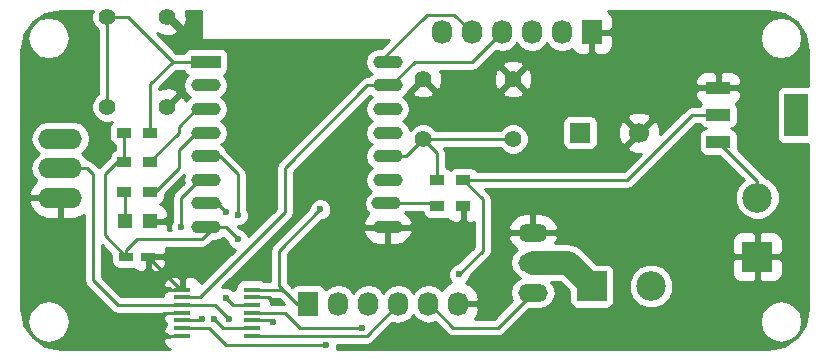
<source format=gtl>
G04 #@! TF.FileFunction,Copper,L1,Top,Signal*
%FSLAX46Y46*%
G04 Gerber Fmt 4.6, Leading zero omitted, Abs format (unit mm)*
G04 Created by KiCad (PCBNEW 4.0.2-stable) date Tuesday, November 01, 2016 'pmt' 12:33:55 pm*
%MOMM*%
G01*
G04 APERTURE LIST*
%ADD10C,0.100000*%
%ADD11R,2.500000X1.100000*%
%ADD12O,2.500000X1.100000*%
%ADD13C,1.700000*%
%ADD14R,1.700000X1.700000*%
%ADD15R,1.200000X0.750000*%
%ADD16R,1.198880X1.198880*%
%ADD17R,2.500000X2.500000*%
%ADD18C,2.500000*%
%ADD19O,3.700000X1.700000*%
%ADD20R,1.727200X2.032000*%
%ADD21O,1.727200X2.032000*%
%ADD22O,2.499360X1.501140*%
%ADD23R,1.200000X0.900000*%
%ADD24C,1.397000*%
%ADD25R,2.032000X3.657600*%
%ADD26R,2.032000X1.016000*%
%ADD27R,1.450000X0.450000*%
%ADD28C,0.600000*%
%ADD29C,0.250000*%
%ADD30C,2.000000*%
%ADD31C,0.254000*%
G04 APERTURE END LIST*
D10*
D11*
X84300000Y-41000000D03*
D12*
X84300000Y-43000000D03*
X84300000Y-45000000D03*
X84300000Y-47000000D03*
X84300000Y-49000000D03*
X84300000Y-51000000D03*
X84300000Y-53000000D03*
X84300000Y-55000000D03*
X99700000Y-55000000D03*
X99600000Y-53000000D03*
X99700000Y-51000000D03*
X99700000Y-49000000D03*
X99700000Y-47000000D03*
X99700000Y-45000000D03*
X99700000Y-43000000D03*
X99700000Y-41000000D03*
D13*
X121000000Y-47000000D03*
D14*
X116000000Y-47000000D03*
D15*
X77550000Y-57500000D03*
X79450000Y-57500000D03*
D16*
X77450980Y-54500000D03*
X79549020Y-54500000D03*
D17*
X131000000Y-57500000D03*
D18*
X131000000Y-52500000D03*
D19*
X72000000Y-52500000D03*
X72000000Y-50000000D03*
X72000000Y-47500000D03*
D20*
X117000000Y-38500000D03*
D21*
X114460000Y-38500000D03*
X111920000Y-38500000D03*
X109380000Y-38500000D03*
X106840000Y-38500000D03*
X104300000Y-38500000D03*
D20*
X93000000Y-61500000D03*
D21*
X95540000Y-61500000D03*
X98080000Y-61500000D03*
X100620000Y-61500000D03*
X103160000Y-61500000D03*
X105700000Y-61500000D03*
D17*
X117000000Y-60000000D03*
D18*
X122000000Y-60000000D03*
D22*
X112000000Y-58000000D03*
X112000000Y-60540000D03*
X112000000Y-55460000D03*
D23*
X79600000Y-47000000D03*
X77400000Y-47000000D03*
X79600000Y-49500000D03*
X77400000Y-49500000D03*
X77400000Y-52000000D03*
X79600000Y-52000000D03*
X106100000Y-53250000D03*
X103900000Y-53250000D03*
X106100000Y-51000000D03*
X103900000Y-51000000D03*
D24*
X81040000Y-44810000D03*
X75960000Y-44810000D03*
X81040000Y-37190000D03*
X75960000Y-37190000D03*
X110310000Y-42460000D03*
X110310000Y-47540000D03*
X102690000Y-42460000D03*
X102690000Y-47540000D03*
D25*
X134302000Y-45500000D03*
D26*
X127698000Y-45500000D03*
X127698000Y-47786000D03*
X127698000Y-43214000D03*
D27*
X82300000Y-60300000D03*
X82300000Y-60950000D03*
X82300000Y-61600000D03*
X82300000Y-62250000D03*
X82300000Y-62900000D03*
X82300000Y-63550000D03*
X82300000Y-64200000D03*
X88200000Y-64200000D03*
X88200000Y-63550000D03*
X88200000Y-62900000D03*
X88200000Y-62250000D03*
X88200000Y-61600000D03*
X88200000Y-60950000D03*
X88200000Y-60300000D03*
D28*
X95750000Y-55000000D03*
X89750000Y-56500000D03*
X88000000Y-58750000D03*
X81000000Y-57500000D03*
X81000000Y-54500000D03*
X90000000Y-61250000D03*
X90000000Y-63000000D03*
X80500000Y-62500000D03*
X80500000Y-60250000D03*
X103250000Y-64250000D03*
X96750000Y-49250000D03*
X89750000Y-41250000D03*
X94000000Y-42500000D03*
X90750000Y-44000000D03*
X92500000Y-46750000D03*
X89750000Y-52000000D03*
X94000000Y-53500000D03*
X105750000Y-59000000D03*
X87000000Y-56000000D03*
X86250000Y-62750000D03*
X94500000Y-65000000D03*
X97500000Y-63500000D03*
X86000000Y-61000000D03*
X87000000Y-54000000D03*
X84000000Y-62750000D03*
X82250000Y-55000000D03*
X85000000Y-62750000D03*
X86000000Y-53750000D03*
D29*
X95750000Y-55000000D02*
X99000000Y-55000000D01*
X89750000Y-57000000D02*
X89750000Y-56500000D01*
X88000000Y-58750000D02*
X89750000Y-57000000D01*
X79549020Y-54500000D02*
X81000000Y-54500000D01*
X81000000Y-57500000D02*
X79450000Y-57500000D01*
X88200000Y-60950000D02*
X89700000Y-60950000D01*
X89700000Y-60950000D02*
X90000000Y-61250000D01*
X88200000Y-62900000D02*
X89900000Y-62900000D01*
X89900000Y-62900000D02*
X90000000Y-63000000D01*
X82300000Y-64200000D02*
X80950000Y-64200000D01*
X80500000Y-63750000D02*
X80500000Y-62500000D01*
X80950000Y-64200000D02*
X80500000Y-63750000D01*
X82300000Y-60300000D02*
X80550000Y-60300000D01*
X80750000Y-62250000D02*
X82300000Y-62250000D01*
X80500000Y-62500000D02*
X80750000Y-62250000D01*
X80550000Y-60300000D02*
X80500000Y-60250000D01*
X82300000Y-60300000D02*
X82250000Y-60300000D01*
X82250000Y-60300000D02*
X79450000Y-57500000D01*
X131000000Y-60250000D02*
X131000000Y-57500000D01*
X127000000Y-64250000D02*
X131000000Y-60250000D01*
X103250000Y-64250000D02*
X127000000Y-64250000D01*
X99000000Y-55000000D02*
X96750000Y-55000000D01*
X96750000Y-55000000D02*
X96750000Y-49250000D01*
X81040000Y-37190000D02*
X81440000Y-37190000D01*
X81440000Y-37190000D02*
X83750000Y-39500000D01*
X83750000Y-39500000D02*
X88000000Y-39500000D01*
X88000000Y-39500000D02*
X89750000Y-41250000D01*
X94000000Y-42500000D02*
X92500000Y-44000000D01*
X92500000Y-44000000D02*
X90750000Y-44000000D01*
X92500000Y-46750000D02*
X89750000Y-49500000D01*
X89750000Y-49500000D02*
X89750000Y-52000000D01*
X79549020Y-54500000D02*
X79549020Y-54549020D01*
X80810000Y-37460000D02*
X81460000Y-37460000D01*
X88200000Y-60300000D02*
X90800000Y-60300000D01*
X90800000Y-60300000D02*
X92000000Y-61500000D01*
X92000000Y-61500000D02*
X93000000Y-61500000D01*
X93000000Y-61500000D02*
X92000000Y-61500000D01*
X90500000Y-57000000D02*
X94000000Y-53500000D01*
X90500000Y-60000000D02*
X90500000Y-57000000D01*
X92000000Y-61500000D02*
X90500000Y-60000000D01*
X131000000Y-52500000D02*
X131000000Y-51088000D01*
X131000000Y-51088000D02*
X127698000Y-47786000D01*
X85000000Y-55000000D02*
X86000000Y-55000000D01*
X107750000Y-52650000D02*
X106100000Y-51000000D01*
X107750000Y-57000000D02*
X107750000Y-52650000D01*
X105750000Y-59000000D02*
X107750000Y-57000000D01*
X86000000Y-55000000D02*
X87000000Y-56000000D01*
X77400000Y-49500000D02*
X76750000Y-49500000D01*
X75750000Y-55700000D02*
X77550000Y-57500000D01*
X75750000Y-50500000D02*
X75750000Y-55700000D01*
X76750000Y-49500000D02*
X75750000Y-50500000D01*
X77550000Y-57500000D02*
X77550000Y-56950000D01*
X77550000Y-56950000D02*
X78500000Y-56000000D01*
X78500000Y-56000000D02*
X84000000Y-56000000D01*
X84000000Y-56000000D02*
X85000000Y-55000000D01*
X77400000Y-49500000D02*
X77400000Y-49600000D01*
X77400000Y-47000000D02*
X77400000Y-49500000D01*
X106100000Y-51000000D02*
X120000000Y-51000000D01*
X125500000Y-45500000D02*
X127698000Y-45500000D01*
X120000000Y-51000000D02*
X125500000Y-45500000D01*
X77450980Y-54500000D02*
X77450980Y-52050980D01*
X77450980Y-52050980D02*
X77400000Y-52000000D01*
X82300000Y-61600000D02*
X85100000Y-61600000D01*
X85100000Y-61600000D02*
X86250000Y-62750000D01*
X71000000Y-50000000D02*
X74250000Y-50000000D01*
X76850000Y-61600000D02*
X82300000Y-61600000D01*
X74750000Y-59500000D02*
X76850000Y-61600000D01*
X74750000Y-50500000D02*
X74750000Y-59500000D01*
X74250000Y-50000000D02*
X74750000Y-50500000D01*
X99000000Y-43000000D02*
X98000000Y-43000000D01*
X83800000Y-60950000D02*
X82300000Y-60950000D01*
X91000000Y-53750000D02*
X83800000Y-60950000D01*
X91000000Y-50000000D02*
X91000000Y-53750000D01*
X98000000Y-43000000D02*
X91000000Y-50000000D01*
X99000000Y-43000000D02*
X100000000Y-43000000D01*
X100000000Y-43000000D02*
X102000000Y-41000000D01*
X102000000Y-41000000D02*
X106880000Y-41000000D01*
X106880000Y-41000000D02*
X109380000Y-38500000D01*
X99000000Y-41000000D02*
X103000000Y-37000000D01*
X105340000Y-37000000D02*
X106840000Y-38500000D01*
X103000000Y-37000000D02*
X105340000Y-37000000D01*
X82300000Y-63550000D02*
X84550000Y-63550000D01*
X86000000Y-65000000D02*
X94500000Y-65000000D01*
X84550000Y-63550000D02*
X86000000Y-65000000D01*
X98000000Y-61500000D02*
X98080000Y-61500000D01*
X88200000Y-64200000D02*
X97920000Y-64200000D01*
X97920000Y-64200000D02*
X100620000Y-61500000D01*
X88200000Y-62250000D02*
X91000000Y-62250000D01*
X92250000Y-63500000D02*
X97500000Y-63500000D01*
X91000000Y-62250000D02*
X92250000Y-63500000D01*
X103160000Y-61500000D02*
X103250000Y-61500000D01*
X103250000Y-61500000D02*
X105250000Y-63500000D01*
X109040000Y-63500000D02*
X112000000Y-60540000D01*
X105250000Y-63500000D02*
X109040000Y-63500000D01*
D30*
X112000000Y-58000000D02*
X115000000Y-58000000D01*
X115000000Y-58000000D02*
X117000000Y-60000000D01*
D29*
X75960000Y-37190000D02*
X77690000Y-37190000D01*
X77690000Y-37190000D02*
X81500000Y-41000000D01*
X81500000Y-41000000D02*
X85000000Y-41000000D01*
X75960000Y-44810000D02*
X75960000Y-37190000D01*
X79600000Y-47000000D02*
X79600000Y-42900000D01*
X79600000Y-42900000D02*
X81500000Y-41000000D01*
X81500000Y-41000000D02*
X85000000Y-41000000D01*
X85000000Y-41000000D02*
X83500000Y-41000000D01*
X79600000Y-49500000D02*
X79600000Y-49400000D01*
X79600000Y-49400000D02*
X82000000Y-47000000D01*
X82000000Y-47000000D02*
X82000000Y-46500000D01*
X82000000Y-46500000D02*
X83500000Y-45000000D01*
X83500000Y-45000000D02*
X85000000Y-45000000D01*
X85000000Y-45000000D02*
X83100000Y-45000000D01*
X79600000Y-52000000D02*
X80000000Y-52000000D01*
X80000000Y-52000000D02*
X82000000Y-50000000D01*
X82000000Y-50000000D02*
X82000000Y-48500000D01*
X82000000Y-48500000D02*
X83500000Y-47000000D01*
X83500000Y-47000000D02*
X85000000Y-47000000D01*
X99000000Y-53000000D02*
X103650000Y-53000000D01*
X103650000Y-53000000D02*
X103900000Y-53250000D01*
X99000000Y-53000000D02*
X99900000Y-53000000D01*
X103900000Y-51000000D02*
X103900000Y-48750000D01*
X103900000Y-48750000D02*
X102690000Y-47540000D01*
X102690000Y-47540000D02*
X110310000Y-47540000D01*
X99000000Y-49000000D02*
X101230000Y-49000000D01*
X101230000Y-49000000D02*
X102690000Y-47540000D01*
X85000000Y-49000000D02*
X85500000Y-49000000D01*
X85500000Y-49000000D02*
X87000000Y-50500000D01*
X86600000Y-61600000D02*
X88200000Y-61600000D01*
X86000000Y-61000000D02*
X86600000Y-61600000D01*
X87000000Y-50500000D02*
X87000000Y-54000000D01*
X85000000Y-51000000D02*
X83750000Y-51000000D01*
X83750000Y-51000000D02*
X82250000Y-52500000D01*
X83850000Y-62900000D02*
X82300000Y-62900000D01*
X84000000Y-62750000D02*
X83850000Y-62900000D01*
X82250000Y-52500000D02*
X82250000Y-55000000D01*
X85000000Y-51000000D02*
X84000000Y-51000000D01*
X85000000Y-53000000D02*
X85250000Y-53000000D01*
X85250000Y-53000000D02*
X86000000Y-53750000D01*
X85800000Y-63550000D02*
X88200000Y-63550000D01*
X85000000Y-62750000D02*
X85800000Y-63550000D01*
X85500000Y-53000000D02*
X85000000Y-53000000D01*
D31*
G36*
X133263459Y-36949738D02*
X134334568Y-37665429D01*
X135050262Y-38736540D01*
X135315000Y-40067467D01*
X135315000Y-43023760D01*
X133286000Y-43023760D01*
X133050683Y-43068038D01*
X132834559Y-43207110D01*
X132689569Y-43419310D01*
X132638560Y-43671200D01*
X132638560Y-47328800D01*
X132682838Y-47564117D01*
X132821910Y-47780241D01*
X133034110Y-47925231D01*
X133286000Y-47976240D01*
X135315000Y-47976240D01*
X135315000Y-61932533D01*
X135050262Y-63263460D01*
X134334568Y-64334571D01*
X133263459Y-65050262D01*
X131932533Y-65315000D01*
X95381604Y-65315000D01*
X95434838Y-65186799D01*
X95435036Y-64960000D01*
X97920000Y-64960000D01*
X98210839Y-64902148D01*
X98457401Y-64737401D01*
X100112421Y-63082381D01*
X100620000Y-63183345D01*
X101193489Y-63069271D01*
X101679670Y-62744415D01*
X101890000Y-62429634D01*
X102100330Y-62744415D01*
X102586511Y-63069271D01*
X103160000Y-63183345D01*
X103733489Y-63069271D01*
X103740071Y-63064873D01*
X104712599Y-64037401D01*
X104959161Y-64202148D01*
X105250000Y-64260000D01*
X109040000Y-64260000D01*
X109330839Y-64202148D01*
X109577401Y-64037401D01*
X110614802Y-63000000D01*
X131196966Y-63000000D01*
X131334214Y-63689991D01*
X131725062Y-64274938D01*
X132310009Y-64665786D01*
X133000000Y-64803034D01*
X133689991Y-64665786D01*
X134274938Y-64274938D01*
X134665786Y-63689991D01*
X134803034Y-63000000D01*
X134665786Y-62310009D01*
X134274938Y-61725062D01*
X133689991Y-61334214D01*
X133000000Y-61196966D01*
X132310009Y-61334214D01*
X131725062Y-61725062D01*
X131334214Y-62310009D01*
X131196966Y-63000000D01*
X110614802Y-63000000D01*
X111689232Y-61925570D01*
X112536033Y-61925570D01*
X113066268Y-61820100D01*
X113515779Y-61519746D01*
X113816133Y-61070235D01*
X113921603Y-60540000D01*
X113816133Y-60009765D01*
X113565723Y-59635000D01*
X114322760Y-59635000D01*
X115102560Y-60414799D01*
X115102560Y-61250000D01*
X115146838Y-61485317D01*
X115285910Y-61701441D01*
X115498110Y-61846431D01*
X115750000Y-61897440D01*
X118250000Y-61897440D01*
X118485317Y-61853162D01*
X118701441Y-61714090D01*
X118846431Y-61501890D01*
X118897440Y-61250000D01*
X118897440Y-60373305D01*
X120114674Y-60373305D01*
X120401043Y-61066372D01*
X120930839Y-61597093D01*
X121623405Y-61884672D01*
X122373305Y-61885326D01*
X123066372Y-61598957D01*
X123597093Y-61069161D01*
X123884672Y-60376595D01*
X123885326Y-59626695D01*
X123598957Y-58933628D01*
X123069161Y-58402907D01*
X122376595Y-58115328D01*
X121626695Y-58114674D01*
X120933628Y-58401043D01*
X120402907Y-58930839D01*
X120115328Y-59623405D01*
X120114674Y-60373305D01*
X118897440Y-60373305D01*
X118897440Y-58750000D01*
X118853162Y-58514683D01*
X118714090Y-58298559D01*
X118501890Y-58153569D01*
X118250000Y-58102560D01*
X117414799Y-58102560D01*
X117170990Y-57858750D01*
X128823000Y-57858750D01*
X128823000Y-58934392D01*
X128964127Y-59275104D01*
X129224897Y-59535873D01*
X129565608Y-59677000D01*
X130641250Y-59677000D01*
X130873000Y-59445250D01*
X130873000Y-57627000D01*
X131127000Y-57627000D01*
X131127000Y-59445250D01*
X131358750Y-59677000D01*
X132434392Y-59677000D01*
X132775103Y-59535873D01*
X133035873Y-59275104D01*
X133177000Y-58934392D01*
X133177000Y-57858750D01*
X132945250Y-57627000D01*
X131127000Y-57627000D01*
X130873000Y-57627000D01*
X129054750Y-57627000D01*
X128823000Y-57858750D01*
X117170990Y-57858750D01*
X116156120Y-56843880D01*
X115625688Y-56489457D01*
X115000000Y-56364999D01*
X114999995Y-56365000D01*
X113883084Y-56365000D01*
X114051925Y-56065608D01*
X128823000Y-56065608D01*
X128823000Y-57141250D01*
X129054750Y-57373000D01*
X130873000Y-57373000D01*
X130873000Y-55554750D01*
X131127000Y-55554750D01*
X131127000Y-57373000D01*
X132945250Y-57373000D01*
X133177000Y-57141250D01*
X133177000Y-56065608D01*
X133035873Y-55724896D01*
X132775103Y-55464127D01*
X132434392Y-55323000D01*
X131358750Y-55323000D01*
X131127000Y-55554750D01*
X130873000Y-55554750D01*
X130641250Y-55323000D01*
X129565608Y-55323000D01*
X129224897Y-55464127D01*
X128964127Y-55724896D01*
X128823000Y-56065608D01*
X114051925Y-56065608D01*
X114097584Y-55984646D01*
X114131404Y-55847113D01*
X113939341Y-55587000D01*
X112127000Y-55587000D01*
X112127000Y-55607000D01*
X111873000Y-55607000D01*
X111873000Y-55587000D01*
X110060659Y-55587000D01*
X109868596Y-55847113D01*
X109902416Y-55984646D01*
X110224866Y-56556419D01*
X110663753Y-56900294D01*
X110484221Y-57020254D01*
X110183867Y-57469765D01*
X110078397Y-58000000D01*
X110183867Y-58530235D01*
X110484221Y-58979746D01*
X110918616Y-59270000D01*
X110484221Y-59560254D01*
X110183867Y-60009765D01*
X110078397Y-60540000D01*
X110183867Y-61070235D01*
X110268420Y-61196778D01*
X108725198Y-62740000D01*
X107085165Y-62740000D01*
X107240775Y-62566799D01*
X107473416Y-61907565D01*
X107259749Y-61627000D01*
X105827000Y-61627000D01*
X105827000Y-61647000D01*
X105573000Y-61647000D01*
X105573000Y-61627000D01*
X105553000Y-61627000D01*
X105553000Y-61373000D01*
X105573000Y-61373000D01*
X105573000Y-61353000D01*
X105827000Y-61353000D01*
X105827000Y-61373000D01*
X107259749Y-61373000D01*
X107473416Y-61092435D01*
X107240775Y-60433201D01*
X106773565Y-59913176D01*
X106357858Y-59714339D01*
X106542192Y-59530327D01*
X106684838Y-59186799D01*
X106684879Y-59139923D01*
X108287401Y-57537401D01*
X108452148Y-57290839D01*
X108510000Y-57000000D01*
X108510000Y-55072887D01*
X109868596Y-55072887D01*
X110060659Y-55333000D01*
X111873000Y-55333000D01*
X111873000Y-53782430D01*
X112127000Y-53782430D01*
X112127000Y-55333000D01*
X113939341Y-55333000D01*
X114131404Y-55072887D01*
X114097584Y-54935354D01*
X113775134Y-54363581D01*
X113258421Y-53958728D01*
X112626110Y-53782430D01*
X112127000Y-53782430D01*
X111873000Y-53782430D01*
X111373890Y-53782430D01*
X110741579Y-53958728D01*
X110224866Y-54363581D01*
X109902416Y-54935354D01*
X109868596Y-55072887D01*
X108510000Y-55072887D01*
X108510000Y-52650000D01*
X108489416Y-52546520D01*
X108452148Y-52359160D01*
X108287401Y-52112599D01*
X107934802Y-51760000D01*
X120000000Y-51760000D01*
X120290839Y-51702148D01*
X120537401Y-51537401D01*
X125814802Y-46260000D01*
X126089573Y-46260000D01*
X126217910Y-46459441D01*
X126430110Y-46604431D01*
X126618314Y-46642543D01*
X126446683Y-46674838D01*
X126230559Y-46813910D01*
X126085569Y-47026110D01*
X126034560Y-47278000D01*
X126034560Y-48294000D01*
X126078838Y-48529317D01*
X126217910Y-48745441D01*
X126430110Y-48890431D01*
X126682000Y-48941440D01*
X127778638Y-48941440D01*
X129835849Y-50998651D01*
X129402907Y-51430839D01*
X129115328Y-52123405D01*
X129114674Y-52873305D01*
X129401043Y-53566372D01*
X129930839Y-54097093D01*
X130623405Y-54384672D01*
X131373305Y-54385326D01*
X132066372Y-54098957D01*
X132597093Y-53569161D01*
X132884672Y-52876595D01*
X132885326Y-52126695D01*
X132598957Y-51433628D01*
X132069161Y-50902907D01*
X131659008Y-50732596D01*
X131537401Y-50550599D01*
X129347860Y-48361058D01*
X129361440Y-48294000D01*
X129361440Y-47278000D01*
X129317162Y-47042683D01*
X129178090Y-46826559D01*
X128965890Y-46681569D01*
X128777686Y-46643457D01*
X128949317Y-46611162D01*
X129165441Y-46472090D01*
X129310431Y-46259890D01*
X129361440Y-46008000D01*
X129361440Y-44992000D01*
X129317162Y-44756683D01*
X129178090Y-44540559D01*
X129171335Y-44535943D01*
X129239103Y-44507873D01*
X129499873Y-44247104D01*
X129641000Y-43906392D01*
X129641000Y-43572750D01*
X129409250Y-43341000D01*
X127825000Y-43341000D01*
X127825000Y-43361000D01*
X127571000Y-43361000D01*
X127571000Y-43341000D01*
X125986750Y-43341000D01*
X125755000Y-43572750D01*
X125755000Y-43906392D01*
X125896127Y-44247104D01*
X126156897Y-44507873D01*
X126224981Y-44536074D01*
X126085644Y-44740000D01*
X125500000Y-44740000D01*
X125209161Y-44797852D01*
X124962599Y-44962599D01*
X122782262Y-47142936D01*
X122765237Y-46591831D01*
X122536830Y-46040408D01*
X122203461Y-45976144D01*
X121179605Y-47000000D01*
X121193748Y-47014143D01*
X121014143Y-47193748D01*
X121000000Y-47179605D01*
X119976144Y-48203461D01*
X120040408Y-48536830D01*
X120701572Y-48787066D01*
X121152049Y-48773149D01*
X119685198Y-50240000D01*
X107255105Y-50240000D01*
X107164090Y-50098559D01*
X106951890Y-49953569D01*
X106700000Y-49902560D01*
X105500000Y-49902560D01*
X105264683Y-49946838D01*
X105048559Y-50085910D01*
X105000866Y-50155711D01*
X104964090Y-50098559D01*
X104751890Y-49953569D01*
X104660000Y-49934961D01*
X104660000Y-48750000D01*
X104602148Y-48459161D01*
X104602148Y-48459160D01*
X104495801Y-48300000D01*
X109184464Y-48300000D01*
X109553647Y-48669827D01*
X110043587Y-48873268D01*
X110574086Y-48873731D01*
X111064380Y-48671146D01*
X111439827Y-48296353D01*
X111643268Y-47806413D01*
X111643731Y-47275914D01*
X111441146Y-46785620D01*
X111066353Y-46410173D01*
X110576413Y-46206732D01*
X110045914Y-46206269D01*
X109555620Y-46408854D01*
X109183826Y-46780000D01*
X103815536Y-46780000D01*
X103446353Y-46410173D01*
X102956413Y-46206732D01*
X102425914Y-46206269D01*
X101935620Y-46408854D01*
X101575792Y-46768055D01*
X101531726Y-46546520D01*
X101274851Y-46162078D01*
X101256775Y-46150000D01*
X114502560Y-46150000D01*
X114502560Y-47850000D01*
X114546838Y-48085317D01*
X114685910Y-48301441D01*
X114898110Y-48446431D01*
X115150000Y-48497440D01*
X116850000Y-48497440D01*
X117085317Y-48453162D01*
X117301441Y-48314090D01*
X117446431Y-48101890D01*
X117497440Y-47850000D01*
X117497440Y-46701572D01*
X119212934Y-46701572D01*
X119234763Y-47408169D01*
X119463170Y-47959592D01*
X119796539Y-48023856D01*
X120820395Y-47000000D01*
X119796539Y-45976144D01*
X119463170Y-46040408D01*
X119212934Y-46701572D01*
X117497440Y-46701572D01*
X117497440Y-46150000D01*
X117453162Y-45914683D01*
X117377139Y-45796539D01*
X119976144Y-45796539D01*
X121000000Y-46820395D01*
X122023856Y-45796539D01*
X121959592Y-45463170D01*
X121298428Y-45212934D01*
X120591831Y-45234763D01*
X120040408Y-45463170D01*
X119976144Y-45796539D01*
X117377139Y-45796539D01*
X117314090Y-45698559D01*
X117101890Y-45553569D01*
X116850000Y-45502560D01*
X115150000Y-45502560D01*
X114914683Y-45546838D01*
X114698559Y-45685910D01*
X114553569Y-45898110D01*
X114502560Y-46150000D01*
X101256775Y-46150000D01*
X101032283Y-46000000D01*
X101274851Y-45837922D01*
X101531726Y-45453480D01*
X101621929Y-45000000D01*
X101531726Y-44546520D01*
X101274851Y-44162078D01*
X101032283Y-44000000D01*
X101274851Y-43837922D01*
X101464665Y-43553843D01*
X101775763Y-43553843D01*
X101821447Y-43871527D01*
X102427728Y-44096461D01*
X103073939Y-44072260D01*
X103558553Y-43871527D01*
X103604237Y-43553843D01*
X109395763Y-43553843D01*
X109441447Y-43871527D01*
X110047728Y-44096461D01*
X110693939Y-44072260D01*
X111178553Y-43871527D01*
X111224237Y-43553843D01*
X110310000Y-42639605D01*
X109395763Y-43553843D01*
X103604237Y-43553843D01*
X102690000Y-42639605D01*
X101775763Y-43553843D01*
X101464665Y-43553843D01*
X101531726Y-43453480D01*
X101548842Y-43367433D01*
X101596157Y-43374237D01*
X102510395Y-42460000D01*
X102496252Y-42445858D01*
X102675858Y-42266252D01*
X102690000Y-42280395D01*
X102704142Y-42266252D01*
X102883748Y-42445858D01*
X102869605Y-42460000D01*
X103783843Y-43374237D01*
X104101527Y-43328553D01*
X104326461Y-42722272D01*
X104306817Y-42197728D01*
X108673539Y-42197728D01*
X108697740Y-42843939D01*
X108898473Y-43328553D01*
X109216157Y-43374237D01*
X110130395Y-42460000D01*
X110489605Y-42460000D01*
X111403843Y-43374237D01*
X111721527Y-43328553D01*
X111946461Y-42722272D01*
X111938947Y-42521608D01*
X125755000Y-42521608D01*
X125755000Y-42855250D01*
X125986750Y-43087000D01*
X127571000Y-43087000D01*
X127571000Y-42010750D01*
X127825000Y-42010750D01*
X127825000Y-43087000D01*
X129409250Y-43087000D01*
X129641000Y-42855250D01*
X129641000Y-42521608D01*
X129499873Y-42180896D01*
X129239103Y-41920127D01*
X128898392Y-41779000D01*
X128056750Y-41779000D01*
X127825000Y-42010750D01*
X127571000Y-42010750D01*
X127339250Y-41779000D01*
X126497608Y-41779000D01*
X126156897Y-41920127D01*
X125896127Y-42180896D01*
X125755000Y-42521608D01*
X111938947Y-42521608D01*
X111922260Y-42076061D01*
X111721527Y-41591447D01*
X111403843Y-41545763D01*
X110489605Y-42460000D01*
X110130395Y-42460000D01*
X109216157Y-41545763D01*
X108898473Y-41591447D01*
X108673539Y-42197728D01*
X104306817Y-42197728D01*
X104302260Y-42076061D01*
X104171344Y-41760000D01*
X106880000Y-41760000D01*
X107170839Y-41702148D01*
X107417401Y-41537401D01*
X107588645Y-41366157D01*
X109395763Y-41366157D01*
X110310000Y-42280395D01*
X111224237Y-41366157D01*
X111178553Y-41048473D01*
X110572272Y-40823539D01*
X109926061Y-40847740D01*
X109441447Y-41048473D01*
X109395763Y-41366157D01*
X107588645Y-41366157D01*
X108872421Y-40082381D01*
X109380000Y-40183345D01*
X109953489Y-40069271D01*
X110439670Y-39744415D01*
X110650000Y-39429634D01*
X110860330Y-39744415D01*
X111346511Y-40069271D01*
X111920000Y-40183345D01*
X112493489Y-40069271D01*
X112979670Y-39744415D01*
X113190000Y-39429634D01*
X113400330Y-39744415D01*
X113886511Y-40069271D01*
X114460000Y-40183345D01*
X115033489Y-40069271D01*
X115290940Y-39897248D01*
X115350527Y-40041104D01*
X115611297Y-40301873D01*
X115952008Y-40443000D01*
X116641250Y-40443000D01*
X116873000Y-40211250D01*
X116873000Y-38627000D01*
X117127000Y-38627000D01*
X117127000Y-40211250D01*
X117358750Y-40443000D01*
X118047992Y-40443000D01*
X118388703Y-40301873D01*
X118649473Y-40041104D01*
X118790600Y-39700392D01*
X118790600Y-39000000D01*
X131196966Y-39000000D01*
X131334214Y-39689991D01*
X131725062Y-40274938D01*
X132310009Y-40665786D01*
X133000000Y-40803034D01*
X133689991Y-40665786D01*
X134274938Y-40274938D01*
X134665786Y-39689991D01*
X134803034Y-39000000D01*
X134665786Y-38310009D01*
X134274938Y-37725062D01*
X133689991Y-37334214D01*
X133000000Y-37196966D01*
X132310009Y-37334214D01*
X131725062Y-37725062D01*
X131334214Y-38310009D01*
X131196966Y-39000000D01*
X118790600Y-39000000D01*
X118790600Y-38858750D01*
X118558850Y-38627000D01*
X117127000Y-38627000D01*
X116873000Y-38627000D01*
X116853000Y-38627000D01*
X116853000Y-38373000D01*
X116873000Y-38373000D01*
X116873000Y-38353000D01*
X117127000Y-38353000D01*
X117127000Y-38373000D01*
X118558850Y-38373000D01*
X118790600Y-38141250D01*
X118790600Y-37299608D01*
X118649473Y-36958896D01*
X118388703Y-36698127D01*
X118357012Y-36685000D01*
X131932533Y-36685000D01*
X133263459Y-36949738D01*
X133263459Y-36949738D01*
G37*
X133263459Y-36949738D02*
X134334568Y-37665429D01*
X135050262Y-38736540D01*
X135315000Y-40067467D01*
X135315000Y-43023760D01*
X133286000Y-43023760D01*
X133050683Y-43068038D01*
X132834559Y-43207110D01*
X132689569Y-43419310D01*
X132638560Y-43671200D01*
X132638560Y-47328800D01*
X132682838Y-47564117D01*
X132821910Y-47780241D01*
X133034110Y-47925231D01*
X133286000Y-47976240D01*
X135315000Y-47976240D01*
X135315000Y-61932533D01*
X135050262Y-63263460D01*
X134334568Y-64334571D01*
X133263459Y-65050262D01*
X131932533Y-65315000D01*
X95381604Y-65315000D01*
X95434838Y-65186799D01*
X95435036Y-64960000D01*
X97920000Y-64960000D01*
X98210839Y-64902148D01*
X98457401Y-64737401D01*
X100112421Y-63082381D01*
X100620000Y-63183345D01*
X101193489Y-63069271D01*
X101679670Y-62744415D01*
X101890000Y-62429634D01*
X102100330Y-62744415D01*
X102586511Y-63069271D01*
X103160000Y-63183345D01*
X103733489Y-63069271D01*
X103740071Y-63064873D01*
X104712599Y-64037401D01*
X104959161Y-64202148D01*
X105250000Y-64260000D01*
X109040000Y-64260000D01*
X109330839Y-64202148D01*
X109577401Y-64037401D01*
X110614802Y-63000000D01*
X131196966Y-63000000D01*
X131334214Y-63689991D01*
X131725062Y-64274938D01*
X132310009Y-64665786D01*
X133000000Y-64803034D01*
X133689991Y-64665786D01*
X134274938Y-64274938D01*
X134665786Y-63689991D01*
X134803034Y-63000000D01*
X134665786Y-62310009D01*
X134274938Y-61725062D01*
X133689991Y-61334214D01*
X133000000Y-61196966D01*
X132310009Y-61334214D01*
X131725062Y-61725062D01*
X131334214Y-62310009D01*
X131196966Y-63000000D01*
X110614802Y-63000000D01*
X111689232Y-61925570D01*
X112536033Y-61925570D01*
X113066268Y-61820100D01*
X113515779Y-61519746D01*
X113816133Y-61070235D01*
X113921603Y-60540000D01*
X113816133Y-60009765D01*
X113565723Y-59635000D01*
X114322760Y-59635000D01*
X115102560Y-60414799D01*
X115102560Y-61250000D01*
X115146838Y-61485317D01*
X115285910Y-61701441D01*
X115498110Y-61846431D01*
X115750000Y-61897440D01*
X118250000Y-61897440D01*
X118485317Y-61853162D01*
X118701441Y-61714090D01*
X118846431Y-61501890D01*
X118897440Y-61250000D01*
X118897440Y-60373305D01*
X120114674Y-60373305D01*
X120401043Y-61066372D01*
X120930839Y-61597093D01*
X121623405Y-61884672D01*
X122373305Y-61885326D01*
X123066372Y-61598957D01*
X123597093Y-61069161D01*
X123884672Y-60376595D01*
X123885326Y-59626695D01*
X123598957Y-58933628D01*
X123069161Y-58402907D01*
X122376595Y-58115328D01*
X121626695Y-58114674D01*
X120933628Y-58401043D01*
X120402907Y-58930839D01*
X120115328Y-59623405D01*
X120114674Y-60373305D01*
X118897440Y-60373305D01*
X118897440Y-58750000D01*
X118853162Y-58514683D01*
X118714090Y-58298559D01*
X118501890Y-58153569D01*
X118250000Y-58102560D01*
X117414799Y-58102560D01*
X117170990Y-57858750D01*
X128823000Y-57858750D01*
X128823000Y-58934392D01*
X128964127Y-59275104D01*
X129224897Y-59535873D01*
X129565608Y-59677000D01*
X130641250Y-59677000D01*
X130873000Y-59445250D01*
X130873000Y-57627000D01*
X131127000Y-57627000D01*
X131127000Y-59445250D01*
X131358750Y-59677000D01*
X132434392Y-59677000D01*
X132775103Y-59535873D01*
X133035873Y-59275104D01*
X133177000Y-58934392D01*
X133177000Y-57858750D01*
X132945250Y-57627000D01*
X131127000Y-57627000D01*
X130873000Y-57627000D01*
X129054750Y-57627000D01*
X128823000Y-57858750D01*
X117170990Y-57858750D01*
X116156120Y-56843880D01*
X115625688Y-56489457D01*
X115000000Y-56364999D01*
X114999995Y-56365000D01*
X113883084Y-56365000D01*
X114051925Y-56065608D01*
X128823000Y-56065608D01*
X128823000Y-57141250D01*
X129054750Y-57373000D01*
X130873000Y-57373000D01*
X130873000Y-55554750D01*
X131127000Y-55554750D01*
X131127000Y-57373000D01*
X132945250Y-57373000D01*
X133177000Y-57141250D01*
X133177000Y-56065608D01*
X133035873Y-55724896D01*
X132775103Y-55464127D01*
X132434392Y-55323000D01*
X131358750Y-55323000D01*
X131127000Y-55554750D01*
X130873000Y-55554750D01*
X130641250Y-55323000D01*
X129565608Y-55323000D01*
X129224897Y-55464127D01*
X128964127Y-55724896D01*
X128823000Y-56065608D01*
X114051925Y-56065608D01*
X114097584Y-55984646D01*
X114131404Y-55847113D01*
X113939341Y-55587000D01*
X112127000Y-55587000D01*
X112127000Y-55607000D01*
X111873000Y-55607000D01*
X111873000Y-55587000D01*
X110060659Y-55587000D01*
X109868596Y-55847113D01*
X109902416Y-55984646D01*
X110224866Y-56556419D01*
X110663753Y-56900294D01*
X110484221Y-57020254D01*
X110183867Y-57469765D01*
X110078397Y-58000000D01*
X110183867Y-58530235D01*
X110484221Y-58979746D01*
X110918616Y-59270000D01*
X110484221Y-59560254D01*
X110183867Y-60009765D01*
X110078397Y-60540000D01*
X110183867Y-61070235D01*
X110268420Y-61196778D01*
X108725198Y-62740000D01*
X107085165Y-62740000D01*
X107240775Y-62566799D01*
X107473416Y-61907565D01*
X107259749Y-61627000D01*
X105827000Y-61627000D01*
X105827000Y-61647000D01*
X105573000Y-61647000D01*
X105573000Y-61627000D01*
X105553000Y-61627000D01*
X105553000Y-61373000D01*
X105573000Y-61373000D01*
X105573000Y-61353000D01*
X105827000Y-61353000D01*
X105827000Y-61373000D01*
X107259749Y-61373000D01*
X107473416Y-61092435D01*
X107240775Y-60433201D01*
X106773565Y-59913176D01*
X106357858Y-59714339D01*
X106542192Y-59530327D01*
X106684838Y-59186799D01*
X106684879Y-59139923D01*
X108287401Y-57537401D01*
X108452148Y-57290839D01*
X108510000Y-57000000D01*
X108510000Y-55072887D01*
X109868596Y-55072887D01*
X110060659Y-55333000D01*
X111873000Y-55333000D01*
X111873000Y-53782430D01*
X112127000Y-53782430D01*
X112127000Y-55333000D01*
X113939341Y-55333000D01*
X114131404Y-55072887D01*
X114097584Y-54935354D01*
X113775134Y-54363581D01*
X113258421Y-53958728D01*
X112626110Y-53782430D01*
X112127000Y-53782430D01*
X111873000Y-53782430D01*
X111373890Y-53782430D01*
X110741579Y-53958728D01*
X110224866Y-54363581D01*
X109902416Y-54935354D01*
X109868596Y-55072887D01*
X108510000Y-55072887D01*
X108510000Y-52650000D01*
X108489416Y-52546520D01*
X108452148Y-52359160D01*
X108287401Y-52112599D01*
X107934802Y-51760000D01*
X120000000Y-51760000D01*
X120290839Y-51702148D01*
X120537401Y-51537401D01*
X125814802Y-46260000D01*
X126089573Y-46260000D01*
X126217910Y-46459441D01*
X126430110Y-46604431D01*
X126618314Y-46642543D01*
X126446683Y-46674838D01*
X126230559Y-46813910D01*
X126085569Y-47026110D01*
X126034560Y-47278000D01*
X126034560Y-48294000D01*
X126078838Y-48529317D01*
X126217910Y-48745441D01*
X126430110Y-48890431D01*
X126682000Y-48941440D01*
X127778638Y-48941440D01*
X129835849Y-50998651D01*
X129402907Y-51430839D01*
X129115328Y-52123405D01*
X129114674Y-52873305D01*
X129401043Y-53566372D01*
X129930839Y-54097093D01*
X130623405Y-54384672D01*
X131373305Y-54385326D01*
X132066372Y-54098957D01*
X132597093Y-53569161D01*
X132884672Y-52876595D01*
X132885326Y-52126695D01*
X132598957Y-51433628D01*
X132069161Y-50902907D01*
X131659008Y-50732596D01*
X131537401Y-50550599D01*
X129347860Y-48361058D01*
X129361440Y-48294000D01*
X129361440Y-47278000D01*
X129317162Y-47042683D01*
X129178090Y-46826559D01*
X128965890Y-46681569D01*
X128777686Y-46643457D01*
X128949317Y-46611162D01*
X129165441Y-46472090D01*
X129310431Y-46259890D01*
X129361440Y-46008000D01*
X129361440Y-44992000D01*
X129317162Y-44756683D01*
X129178090Y-44540559D01*
X129171335Y-44535943D01*
X129239103Y-44507873D01*
X129499873Y-44247104D01*
X129641000Y-43906392D01*
X129641000Y-43572750D01*
X129409250Y-43341000D01*
X127825000Y-43341000D01*
X127825000Y-43361000D01*
X127571000Y-43361000D01*
X127571000Y-43341000D01*
X125986750Y-43341000D01*
X125755000Y-43572750D01*
X125755000Y-43906392D01*
X125896127Y-44247104D01*
X126156897Y-44507873D01*
X126224981Y-44536074D01*
X126085644Y-44740000D01*
X125500000Y-44740000D01*
X125209161Y-44797852D01*
X124962599Y-44962599D01*
X122782262Y-47142936D01*
X122765237Y-46591831D01*
X122536830Y-46040408D01*
X122203461Y-45976144D01*
X121179605Y-47000000D01*
X121193748Y-47014143D01*
X121014143Y-47193748D01*
X121000000Y-47179605D01*
X119976144Y-48203461D01*
X120040408Y-48536830D01*
X120701572Y-48787066D01*
X121152049Y-48773149D01*
X119685198Y-50240000D01*
X107255105Y-50240000D01*
X107164090Y-50098559D01*
X106951890Y-49953569D01*
X106700000Y-49902560D01*
X105500000Y-49902560D01*
X105264683Y-49946838D01*
X105048559Y-50085910D01*
X105000866Y-50155711D01*
X104964090Y-50098559D01*
X104751890Y-49953569D01*
X104660000Y-49934961D01*
X104660000Y-48750000D01*
X104602148Y-48459161D01*
X104602148Y-48459160D01*
X104495801Y-48300000D01*
X109184464Y-48300000D01*
X109553647Y-48669827D01*
X110043587Y-48873268D01*
X110574086Y-48873731D01*
X111064380Y-48671146D01*
X111439827Y-48296353D01*
X111643268Y-47806413D01*
X111643731Y-47275914D01*
X111441146Y-46785620D01*
X111066353Y-46410173D01*
X110576413Y-46206732D01*
X110045914Y-46206269D01*
X109555620Y-46408854D01*
X109183826Y-46780000D01*
X103815536Y-46780000D01*
X103446353Y-46410173D01*
X102956413Y-46206732D01*
X102425914Y-46206269D01*
X101935620Y-46408854D01*
X101575792Y-46768055D01*
X101531726Y-46546520D01*
X101274851Y-46162078D01*
X101256775Y-46150000D01*
X114502560Y-46150000D01*
X114502560Y-47850000D01*
X114546838Y-48085317D01*
X114685910Y-48301441D01*
X114898110Y-48446431D01*
X115150000Y-48497440D01*
X116850000Y-48497440D01*
X117085317Y-48453162D01*
X117301441Y-48314090D01*
X117446431Y-48101890D01*
X117497440Y-47850000D01*
X117497440Y-46701572D01*
X119212934Y-46701572D01*
X119234763Y-47408169D01*
X119463170Y-47959592D01*
X119796539Y-48023856D01*
X120820395Y-47000000D01*
X119796539Y-45976144D01*
X119463170Y-46040408D01*
X119212934Y-46701572D01*
X117497440Y-46701572D01*
X117497440Y-46150000D01*
X117453162Y-45914683D01*
X117377139Y-45796539D01*
X119976144Y-45796539D01*
X121000000Y-46820395D01*
X122023856Y-45796539D01*
X121959592Y-45463170D01*
X121298428Y-45212934D01*
X120591831Y-45234763D01*
X120040408Y-45463170D01*
X119976144Y-45796539D01*
X117377139Y-45796539D01*
X117314090Y-45698559D01*
X117101890Y-45553569D01*
X116850000Y-45502560D01*
X115150000Y-45502560D01*
X114914683Y-45546838D01*
X114698559Y-45685910D01*
X114553569Y-45898110D01*
X114502560Y-46150000D01*
X101256775Y-46150000D01*
X101032283Y-46000000D01*
X101274851Y-45837922D01*
X101531726Y-45453480D01*
X101621929Y-45000000D01*
X101531726Y-44546520D01*
X101274851Y-44162078D01*
X101032283Y-44000000D01*
X101274851Y-43837922D01*
X101464665Y-43553843D01*
X101775763Y-43553843D01*
X101821447Y-43871527D01*
X102427728Y-44096461D01*
X103073939Y-44072260D01*
X103558553Y-43871527D01*
X103604237Y-43553843D01*
X109395763Y-43553843D01*
X109441447Y-43871527D01*
X110047728Y-44096461D01*
X110693939Y-44072260D01*
X111178553Y-43871527D01*
X111224237Y-43553843D01*
X110310000Y-42639605D01*
X109395763Y-43553843D01*
X103604237Y-43553843D01*
X102690000Y-42639605D01*
X101775763Y-43553843D01*
X101464665Y-43553843D01*
X101531726Y-43453480D01*
X101548842Y-43367433D01*
X101596157Y-43374237D01*
X102510395Y-42460000D01*
X102496252Y-42445858D01*
X102675858Y-42266252D01*
X102690000Y-42280395D01*
X102704142Y-42266252D01*
X102883748Y-42445858D01*
X102869605Y-42460000D01*
X103783843Y-43374237D01*
X104101527Y-43328553D01*
X104326461Y-42722272D01*
X104306817Y-42197728D01*
X108673539Y-42197728D01*
X108697740Y-42843939D01*
X108898473Y-43328553D01*
X109216157Y-43374237D01*
X110130395Y-42460000D01*
X110489605Y-42460000D01*
X111403843Y-43374237D01*
X111721527Y-43328553D01*
X111946461Y-42722272D01*
X111938947Y-42521608D01*
X125755000Y-42521608D01*
X125755000Y-42855250D01*
X125986750Y-43087000D01*
X127571000Y-43087000D01*
X127571000Y-42010750D01*
X127825000Y-42010750D01*
X127825000Y-43087000D01*
X129409250Y-43087000D01*
X129641000Y-42855250D01*
X129641000Y-42521608D01*
X129499873Y-42180896D01*
X129239103Y-41920127D01*
X128898392Y-41779000D01*
X128056750Y-41779000D01*
X127825000Y-42010750D01*
X127571000Y-42010750D01*
X127339250Y-41779000D01*
X126497608Y-41779000D01*
X126156897Y-41920127D01*
X125896127Y-42180896D01*
X125755000Y-42521608D01*
X111938947Y-42521608D01*
X111922260Y-42076061D01*
X111721527Y-41591447D01*
X111403843Y-41545763D01*
X110489605Y-42460000D01*
X110130395Y-42460000D01*
X109216157Y-41545763D01*
X108898473Y-41591447D01*
X108673539Y-42197728D01*
X104306817Y-42197728D01*
X104302260Y-42076061D01*
X104171344Y-41760000D01*
X106880000Y-41760000D01*
X107170839Y-41702148D01*
X107417401Y-41537401D01*
X107588645Y-41366157D01*
X109395763Y-41366157D01*
X110310000Y-42280395D01*
X111224237Y-41366157D01*
X111178553Y-41048473D01*
X110572272Y-40823539D01*
X109926061Y-40847740D01*
X109441447Y-41048473D01*
X109395763Y-41366157D01*
X107588645Y-41366157D01*
X108872421Y-40082381D01*
X109380000Y-40183345D01*
X109953489Y-40069271D01*
X110439670Y-39744415D01*
X110650000Y-39429634D01*
X110860330Y-39744415D01*
X111346511Y-40069271D01*
X111920000Y-40183345D01*
X112493489Y-40069271D01*
X112979670Y-39744415D01*
X113190000Y-39429634D01*
X113400330Y-39744415D01*
X113886511Y-40069271D01*
X114460000Y-40183345D01*
X115033489Y-40069271D01*
X115290940Y-39897248D01*
X115350527Y-40041104D01*
X115611297Y-40301873D01*
X115952008Y-40443000D01*
X116641250Y-40443000D01*
X116873000Y-40211250D01*
X116873000Y-38627000D01*
X117127000Y-38627000D01*
X117127000Y-40211250D01*
X117358750Y-40443000D01*
X118047992Y-40443000D01*
X118388703Y-40301873D01*
X118649473Y-40041104D01*
X118790600Y-39700392D01*
X118790600Y-39000000D01*
X131196966Y-39000000D01*
X131334214Y-39689991D01*
X131725062Y-40274938D01*
X132310009Y-40665786D01*
X133000000Y-40803034D01*
X133689991Y-40665786D01*
X134274938Y-40274938D01*
X134665786Y-39689991D01*
X134803034Y-39000000D01*
X134665786Y-38310009D01*
X134274938Y-37725062D01*
X133689991Y-37334214D01*
X133000000Y-37196966D01*
X132310009Y-37334214D01*
X131725062Y-37725062D01*
X131334214Y-38310009D01*
X131196966Y-39000000D01*
X118790600Y-39000000D01*
X118790600Y-38858750D01*
X118558850Y-38627000D01*
X117127000Y-38627000D01*
X116873000Y-38627000D01*
X116853000Y-38627000D01*
X116853000Y-38373000D01*
X116873000Y-38373000D01*
X116873000Y-38353000D01*
X117127000Y-38353000D01*
X117127000Y-38373000D01*
X118558850Y-38373000D01*
X118790600Y-38141250D01*
X118790600Y-37299608D01*
X118649473Y-36958896D01*
X118388703Y-36698127D01*
X118357012Y-36685000D01*
X131932533Y-36685000D01*
X133263459Y-36949738D01*
G36*
X74626732Y-36923587D02*
X74626269Y-37454086D01*
X74828854Y-37944380D01*
X75200000Y-38316174D01*
X75200000Y-43684464D01*
X74830173Y-44053647D01*
X74626732Y-44543587D01*
X74626269Y-45074086D01*
X74828854Y-45564380D01*
X75203647Y-45939827D01*
X75693587Y-46143268D01*
X76224086Y-46143731D01*
X76342475Y-46094814D01*
X76203569Y-46298110D01*
X76152560Y-46550000D01*
X76152560Y-47450000D01*
X76196838Y-47685317D01*
X76335910Y-47901441D01*
X76548110Y-48046431D01*
X76640000Y-48065039D01*
X76640000Y-48432666D01*
X76564683Y-48446838D01*
X76348559Y-48585910D01*
X76203569Y-48798110D01*
X76159508Y-49015690D01*
X75250000Y-49925198D01*
X74787401Y-49462599D01*
X74540839Y-49297852D01*
X74299067Y-49249760D01*
X74098738Y-48949946D01*
X73799497Y-48750000D01*
X74098738Y-48550054D01*
X74420645Y-48068285D01*
X74533684Y-47500000D01*
X74420645Y-46931715D01*
X74098738Y-46449946D01*
X73616969Y-46128039D01*
X73048684Y-46015000D01*
X70951316Y-46015000D01*
X70383031Y-46128039D01*
X69901262Y-46449946D01*
X69579355Y-46931715D01*
X69466316Y-47500000D01*
X69579355Y-48068285D01*
X69901262Y-48550054D01*
X70200503Y-48750000D01*
X69901262Y-48949946D01*
X69579355Y-49431715D01*
X69466316Y-50000000D01*
X69579355Y-50568285D01*
X69901262Y-51050054D01*
X69964175Y-51092091D01*
X69653669Y-51333274D01*
X69309666Y-51937304D01*
X69269233Y-52097290D01*
X69459978Y-52373000D01*
X71873000Y-52373000D01*
X71873000Y-52353000D01*
X72127000Y-52353000D01*
X72127000Y-52373000D01*
X72147000Y-52373000D01*
X72147000Y-52627000D01*
X72127000Y-52627000D01*
X72127000Y-54277000D01*
X73127000Y-54277000D01*
X73797361Y-54093133D01*
X73990000Y-53943503D01*
X73990000Y-59500000D01*
X74047852Y-59790839D01*
X74212599Y-60037401D01*
X76312599Y-62137401D01*
X76559160Y-62302148D01*
X76607414Y-62311746D01*
X76850000Y-62360000D01*
X80648000Y-62360000D01*
X80648000Y-62377002D01*
X80865248Y-62377002D01*
X80648000Y-62594250D01*
X80648000Y-62659392D01*
X80789127Y-63000103D01*
X80930697Y-63141674D01*
X80947067Y-63228671D01*
X80930997Y-63308026D01*
X80789127Y-63449897D01*
X80648000Y-63790608D01*
X80648000Y-63855750D01*
X80879750Y-64087500D01*
X81021504Y-64087500D01*
X81110910Y-64226441D01*
X81236862Y-64312500D01*
X80879750Y-64312500D01*
X80648000Y-64544250D01*
X80648000Y-64609392D01*
X80789127Y-64950103D01*
X81049896Y-65210873D01*
X81301282Y-65315000D01*
X72067467Y-65315000D01*
X70736540Y-65050262D01*
X69665429Y-64334568D01*
X68949738Y-63263459D01*
X68897333Y-63000000D01*
X69196966Y-63000000D01*
X69334214Y-63689991D01*
X69725062Y-64274938D01*
X70310009Y-64665786D01*
X71000000Y-64803034D01*
X71689991Y-64665786D01*
X72274938Y-64274938D01*
X72665786Y-63689991D01*
X72803034Y-63000000D01*
X72665786Y-62310009D01*
X72274938Y-61725062D01*
X71689991Y-61334214D01*
X71000000Y-61196966D01*
X70310009Y-61334214D01*
X69725062Y-61725062D01*
X69334214Y-62310009D01*
X69196966Y-63000000D01*
X68897333Y-63000000D01*
X68685000Y-61932533D01*
X68685000Y-52902710D01*
X69269233Y-52902710D01*
X69309666Y-53062696D01*
X69653669Y-53666726D01*
X70202639Y-54093133D01*
X70873000Y-54277000D01*
X71873000Y-54277000D01*
X71873000Y-52627000D01*
X69459978Y-52627000D01*
X69269233Y-52902710D01*
X68685000Y-52902710D01*
X68685000Y-40067467D01*
X68897332Y-39000000D01*
X69196966Y-39000000D01*
X69334214Y-39689991D01*
X69725062Y-40274938D01*
X70310009Y-40665786D01*
X71000000Y-40803034D01*
X71689991Y-40665786D01*
X72274938Y-40274938D01*
X72665786Y-39689991D01*
X72803034Y-39000000D01*
X72665786Y-38310009D01*
X72274938Y-37725062D01*
X71689991Y-37334214D01*
X71000000Y-37196966D01*
X70310009Y-37334214D01*
X69725062Y-37725062D01*
X69334214Y-38310009D01*
X69196966Y-39000000D01*
X68897332Y-39000000D01*
X68949738Y-38736541D01*
X69665429Y-37665432D01*
X70736540Y-36949738D01*
X72067467Y-36685000D01*
X74725802Y-36685000D01*
X74626732Y-36923587D01*
X74626732Y-36923587D01*
G37*
X74626732Y-36923587D02*
X74626269Y-37454086D01*
X74828854Y-37944380D01*
X75200000Y-38316174D01*
X75200000Y-43684464D01*
X74830173Y-44053647D01*
X74626732Y-44543587D01*
X74626269Y-45074086D01*
X74828854Y-45564380D01*
X75203647Y-45939827D01*
X75693587Y-46143268D01*
X76224086Y-46143731D01*
X76342475Y-46094814D01*
X76203569Y-46298110D01*
X76152560Y-46550000D01*
X76152560Y-47450000D01*
X76196838Y-47685317D01*
X76335910Y-47901441D01*
X76548110Y-48046431D01*
X76640000Y-48065039D01*
X76640000Y-48432666D01*
X76564683Y-48446838D01*
X76348559Y-48585910D01*
X76203569Y-48798110D01*
X76159508Y-49015690D01*
X75250000Y-49925198D01*
X74787401Y-49462599D01*
X74540839Y-49297852D01*
X74299067Y-49249760D01*
X74098738Y-48949946D01*
X73799497Y-48750000D01*
X74098738Y-48550054D01*
X74420645Y-48068285D01*
X74533684Y-47500000D01*
X74420645Y-46931715D01*
X74098738Y-46449946D01*
X73616969Y-46128039D01*
X73048684Y-46015000D01*
X70951316Y-46015000D01*
X70383031Y-46128039D01*
X69901262Y-46449946D01*
X69579355Y-46931715D01*
X69466316Y-47500000D01*
X69579355Y-48068285D01*
X69901262Y-48550054D01*
X70200503Y-48750000D01*
X69901262Y-48949946D01*
X69579355Y-49431715D01*
X69466316Y-50000000D01*
X69579355Y-50568285D01*
X69901262Y-51050054D01*
X69964175Y-51092091D01*
X69653669Y-51333274D01*
X69309666Y-51937304D01*
X69269233Y-52097290D01*
X69459978Y-52373000D01*
X71873000Y-52373000D01*
X71873000Y-52353000D01*
X72127000Y-52353000D01*
X72127000Y-52373000D01*
X72147000Y-52373000D01*
X72147000Y-52627000D01*
X72127000Y-52627000D01*
X72127000Y-54277000D01*
X73127000Y-54277000D01*
X73797361Y-54093133D01*
X73990000Y-53943503D01*
X73990000Y-59500000D01*
X74047852Y-59790839D01*
X74212599Y-60037401D01*
X76312599Y-62137401D01*
X76559160Y-62302148D01*
X76607414Y-62311746D01*
X76850000Y-62360000D01*
X80648000Y-62360000D01*
X80648000Y-62377002D01*
X80865248Y-62377002D01*
X80648000Y-62594250D01*
X80648000Y-62659392D01*
X80789127Y-63000103D01*
X80930697Y-63141674D01*
X80947067Y-63228671D01*
X80930997Y-63308026D01*
X80789127Y-63449897D01*
X80648000Y-63790608D01*
X80648000Y-63855750D01*
X80879750Y-64087500D01*
X81021504Y-64087500D01*
X81110910Y-64226441D01*
X81236862Y-64312500D01*
X80879750Y-64312500D01*
X80648000Y-64544250D01*
X80648000Y-64609392D01*
X80789127Y-64950103D01*
X81049896Y-65210873D01*
X81301282Y-65315000D01*
X72067467Y-65315000D01*
X70736540Y-65050262D01*
X69665429Y-64334568D01*
X68949738Y-63263459D01*
X68897333Y-63000000D01*
X69196966Y-63000000D01*
X69334214Y-63689991D01*
X69725062Y-64274938D01*
X70310009Y-64665786D01*
X71000000Y-64803034D01*
X71689991Y-64665786D01*
X72274938Y-64274938D01*
X72665786Y-63689991D01*
X72803034Y-63000000D01*
X72665786Y-62310009D01*
X72274938Y-61725062D01*
X71689991Y-61334214D01*
X71000000Y-61196966D01*
X70310009Y-61334214D01*
X69725062Y-61725062D01*
X69334214Y-62310009D01*
X69196966Y-63000000D01*
X68897333Y-63000000D01*
X68685000Y-61932533D01*
X68685000Y-52902710D01*
X69269233Y-52902710D01*
X69309666Y-53062696D01*
X69653669Y-53666726D01*
X70202639Y-54093133D01*
X70873000Y-54277000D01*
X71873000Y-54277000D01*
X71873000Y-52627000D01*
X69459978Y-52627000D01*
X69269233Y-52902710D01*
X68685000Y-52902710D01*
X68685000Y-40067467D01*
X68897332Y-39000000D01*
X69196966Y-39000000D01*
X69334214Y-39689991D01*
X69725062Y-40274938D01*
X70310009Y-40665786D01*
X71000000Y-40803034D01*
X71689991Y-40665786D01*
X72274938Y-40274938D01*
X72665786Y-39689991D01*
X72803034Y-39000000D01*
X72665786Y-38310009D01*
X72274938Y-37725062D01*
X71689991Y-37334214D01*
X71000000Y-37196966D01*
X70310009Y-37334214D01*
X69725062Y-37725062D01*
X69334214Y-38310009D01*
X69196966Y-39000000D01*
X68897332Y-39000000D01*
X68949738Y-38736541D01*
X69665429Y-37665432D01*
X70736540Y-36949738D01*
X72067467Y-36685000D01*
X74725802Y-36685000D01*
X74626732Y-36923587D01*
G36*
X90915198Y-61490000D02*
X89797900Y-61490000D01*
X89852000Y-61359392D01*
X89852000Y-61294250D01*
X89634752Y-61077002D01*
X89852000Y-61077002D01*
X89852000Y-61060000D01*
X90485198Y-61060000D01*
X90915198Y-61490000D01*
X90915198Y-61490000D01*
G37*
X90915198Y-61490000D02*
X89797900Y-61490000D01*
X89852000Y-61359392D01*
X89852000Y-61294250D01*
X89634752Y-61077002D01*
X89852000Y-61077002D01*
X89852000Y-61060000D01*
X90485198Y-61060000D01*
X90915198Y-61490000D01*
G36*
X86064878Y-56139680D02*
X86064838Y-56185167D01*
X86206883Y-56528943D01*
X86469673Y-56792192D01*
X86761732Y-56913466D01*
X83902967Y-59772231D01*
X83810873Y-59549897D01*
X83550104Y-59289127D01*
X83209392Y-59148000D01*
X82658750Y-59148000D01*
X82427000Y-59379750D01*
X82427000Y-60077560D01*
X82173000Y-60077560D01*
X82173000Y-59379750D01*
X81941250Y-59148000D01*
X81390608Y-59148000D01*
X81049896Y-59289127D01*
X80789127Y-59549897D01*
X80648000Y-59890608D01*
X80648000Y-59955750D01*
X80879750Y-60187500D01*
X81237641Y-60187500D01*
X81123559Y-60260910D01*
X81019982Y-60412500D01*
X80879750Y-60412500D01*
X80648000Y-60644250D01*
X80648000Y-60709392D01*
X80702100Y-60840000D01*
X77164802Y-60840000D01*
X75510000Y-59185198D01*
X75510000Y-56534802D01*
X76302560Y-57327362D01*
X76302560Y-57875000D01*
X76346838Y-58110317D01*
X76485910Y-58326441D01*
X76698110Y-58471431D01*
X76950000Y-58522440D01*
X78150000Y-58522440D01*
X78180689Y-58516665D01*
X78324896Y-58660873D01*
X78665608Y-58802000D01*
X79091250Y-58802000D01*
X79323000Y-58570250D01*
X79323000Y-57627000D01*
X79577000Y-57627000D01*
X79577000Y-58570250D01*
X79808750Y-58802000D01*
X80234392Y-58802000D01*
X80575104Y-58660873D01*
X80835873Y-58400103D01*
X80977000Y-58059392D01*
X80977000Y-57858750D01*
X80745250Y-57627000D01*
X79577000Y-57627000D01*
X79323000Y-57627000D01*
X79303000Y-57627000D01*
X79303000Y-57373000D01*
X79323000Y-57373000D01*
X79323000Y-57353000D01*
X79577000Y-57353000D01*
X79577000Y-57373000D01*
X80745250Y-57373000D01*
X80977000Y-57141250D01*
X80977000Y-56940608D01*
X80902190Y-56760000D01*
X84000000Y-56760000D01*
X84290839Y-56702148D01*
X84537401Y-56537401D01*
X84889802Y-56185000D01*
X85036929Y-56185000D01*
X85490409Y-56094797D01*
X85807873Y-55882675D01*
X86064878Y-56139680D01*
X86064878Y-56139680D01*
G37*
X86064878Y-56139680D02*
X86064838Y-56185167D01*
X86206883Y-56528943D01*
X86469673Y-56792192D01*
X86761732Y-56913466D01*
X83902967Y-59772231D01*
X83810873Y-59549897D01*
X83550104Y-59289127D01*
X83209392Y-59148000D01*
X82658750Y-59148000D01*
X82427000Y-59379750D01*
X82427000Y-60077560D01*
X82173000Y-60077560D01*
X82173000Y-59379750D01*
X81941250Y-59148000D01*
X81390608Y-59148000D01*
X81049896Y-59289127D01*
X80789127Y-59549897D01*
X80648000Y-59890608D01*
X80648000Y-59955750D01*
X80879750Y-60187500D01*
X81237641Y-60187500D01*
X81123559Y-60260910D01*
X81019982Y-60412500D01*
X80879750Y-60412500D01*
X80648000Y-60644250D01*
X80648000Y-60709392D01*
X80702100Y-60840000D01*
X77164802Y-60840000D01*
X75510000Y-59185198D01*
X75510000Y-56534802D01*
X76302560Y-57327362D01*
X76302560Y-57875000D01*
X76346838Y-58110317D01*
X76485910Y-58326441D01*
X76698110Y-58471431D01*
X76950000Y-58522440D01*
X78150000Y-58522440D01*
X78180689Y-58516665D01*
X78324896Y-58660873D01*
X78665608Y-58802000D01*
X79091250Y-58802000D01*
X79323000Y-58570250D01*
X79323000Y-57627000D01*
X79577000Y-57627000D01*
X79577000Y-58570250D01*
X79808750Y-58802000D01*
X80234392Y-58802000D01*
X80575104Y-58660873D01*
X80835873Y-58400103D01*
X80977000Y-58059392D01*
X80977000Y-57858750D01*
X80745250Y-57627000D01*
X79577000Y-57627000D01*
X79323000Y-57627000D01*
X79303000Y-57627000D01*
X79303000Y-57373000D01*
X79323000Y-57373000D01*
X79323000Y-57353000D01*
X79577000Y-57353000D01*
X79577000Y-57373000D01*
X80745250Y-57373000D01*
X80977000Y-57141250D01*
X80977000Y-56940608D01*
X80902190Y-56760000D01*
X84000000Y-56760000D01*
X84290839Y-56702148D01*
X84537401Y-56537401D01*
X84889802Y-56185000D01*
X85036929Y-56185000D01*
X85490409Y-56094797D01*
X85807873Y-55882675D01*
X86064878Y-56139680D01*
G36*
X98367717Y-44000000D02*
X98125149Y-44162078D01*
X97868274Y-44546520D01*
X97778071Y-45000000D01*
X97868274Y-45453480D01*
X98125149Y-45837922D01*
X98367717Y-46000000D01*
X98125149Y-46162078D01*
X97868274Y-46546520D01*
X97778071Y-47000000D01*
X97868274Y-47453480D01*
X98125149Y-47837922D01*
X98367717Y-48000000D01*
X98125149Y-48162078D01*
X97868274Y-48546520D01*
X97778071Y-49000000D01*
X97868274Y-49453480D01*
X98125149Y-49837922D01*
X98367717Y-50000000D01*
X98125149Y-50162078D01*
X97868274Y-50546520D01*
X97778071Y-51000000D01*
X97868274Y-51453480D01*
X98125149Y-51837922D01*
X98317717Y-51966591D01*
X98025149Y-52162078D01*
X97768274Y-52546520D01*
X97678071Y-53000000D01*
X97768274Y-53453480D01*
X98025149Y-53837922D01*
X98079623Y-53874320D01*
X97865801Y-54045406D01*
X97586829Y-54552109D01*
X97566454Y-54644366D01*
X97761243Y-54873000D01*
X99573000Y-54873000D01*
X99573000Y-54853000D01*
X99827000Y-54853000D01*
X99827000Y-54873000D01*
X101638757Y-54873000D01*
X101833546Y-54644366D01*
X101813171Y-54552109D01*
X101534199Y-54045406D01*
X101209701Y-53785764D01*
X101226917Y-53760000D01*
X102663850Y-53760000D01*
X102696838Y-53935317D01*
X102835910Y-54151441D01*
X103048110Y-54296431D01*
X103300000Y-54347440D01*
X104500000Y-54347440D01*
X104735317Y-54303162D01*
X104769920Y-54280896D01*
X104974896Y-54485873D01*
X105315608Y-54627000D01*
X105741250Y-54627000D01*
X105973000Y-54395250D01*
X105973000Y-53377000D01*
X105953000Y-53377000D01*
X105953000Y-53123000D01*
X105973000Y-53123000D01*
X105973000Y-53103000D01*
X106227000Y-53103000D01*
X106227000Y-53123000D01*
X106247000Y-53123000D01*
X106247000Y-53377000D01*
X106227000Y-53377000D01*
X106227000Y-54395250D01*
X106458750Y-54627000D01*
X106884392Y-54627000D01*
X106990000Y-54583256D01*
X106990000Y-56685198D01*
X105610320Y-58064878D01*
X105564833Y-58064838D01*
X105221057Y-58206883D01*
X104957808Y-58469673D01*
X104815162Y-58813201D01*
X104814838Y-59185167D01*
X104956883Y-59528943D01*
X105109699Y-59682026D01*
X104626435Y-59913176D01*
X104261951Y-60318863D01*
X104219670Y-60255585D01*
X103733489Y-59930729D01*
X103160000Y-59816655D01*
X102586511Y-59930729D01*
X102100330Y-60255585D01*
X101890000Y-60570366D01*
X101679670Y-60255585D01*
X101193489Y-59930729D01*
X100620000Y-59816655D01*
X100046511Y-59930729D01*
X99560330Y-60255585D01*
X99350000Y-60570366D01*
X99139670Y-60255585D01*
X98653489Y-59930729D01*
X98080000Y-59816655D01*
X97506511Y-59930729D01*
X97020330Y-60255585D01*
X96810000Y-60570366D01*
X96599670Y-60255585D01*
X96113489Y-59930729D01*
X95540000Y-59816655D01*
X94966511Y-59930729D01*
X94480330Y-60255585D01*
X94470757Y-60269913D01*
X94466762Y-60248683D01*
X94327690Y-60032559D01*
X94115490Y-59887569D01*
X93863600Y-59836560D01*
X92136400Y-59836560D01*
X91901083Y-59880838D01*
X91684959Y-60019910D01*
X91648326Y-60073524D01*
X91260000Y-59685198D01*
X91260000Y-57314802D01*
X93219168Y-55355634D01*
X97566454Y-55355634D01*
X97586829Y-55447891D01*
X97865801Y-55954594D01*
X98317444Y-56315969D01*
X98873000Y-56477000D01*
X99573000Y-56477000D01*
X99573000Y-55127000D01*
X99827000Y-55127000D01*
X99827000Y-56477000D01*
X100527000Y-56477000D01*
X101082556Y-56315969D01*
X101534199Y-55954594D01*
X101813171Y-55447891D01*
X101833546Y-55355634D01*
X101638757Y-55127000D01*
X99827000Y-55127000D01*
X99573000Y-55127000D01*
X97761243Y-55127000D01*
X97566454Y-55355634D01*
X93219168Y-55355634D01*
X94139680Y-54435122D01*
X94185167Y-54435162D01*
X94528943Y-54293117D01*
X94792192Y-54030327D01*
X94934838Y-53686799D01*
X94935162Y-53314833D01*
X94793117Y-52971057D01*
X94530327Y-52707808D01*
X94186799Y-52565162D01*
X93814833Y-52564838D01*
X93471057Y-52706883D01*
X93207808Y-52969673D01*
X93065162Y-53313201D01*
X93065121Y-53360077D01*
X89962599Y-56462599D01*
X89797852Y-56709161D01*
X89740000Y-57000000D01*
X89740000Y-59540000D01*
X89266797Y-59540000D01*
X89176890Y-59478569D01*
X88925000Y-59427560D01*
X87475000Y-59427560D01*
X87239683Y-59471838D01*
X87023559Y-59610910D01*
X86878569Y-59823110D01*
X86830997Y-60058026D01*
X86689127Y-60199897D01*
X86640242Y-60317915D01*
X86530327Y-60207808D01*
X86186799Y-60065162D01*
X85814833Y-60064838D01*
X85721329Y-60103473D01*
X91537401Y-54287401D01*
X91702148Y-54040839D01*
X91760000Y-53750000D01*
X91760000Y-50314802D01*
X98192127Y-43882675D01*
X98367717Y-44000000D01*
X98367717Y-44000000D01*
G37*
X98367717Y-44000000D02*
X98125149Y-44162078D01*
X97868274Y-44546520D01*
X97778071Y-45000000D01*
X97868274Y-45453480D01*
X98125149Y-45837922D01*
X98367717Y-46000000D01*
X98125149Y-46162078D01*
X97868274Y-46546520D01*
X97778071Y-47000000D01*
X97868274Y-47453480D01*
X98125149Y-47837922D01*
X98367717Y-48000000D01*
X98125149Y-48162078D01*
X97868274Y-48546520D01*
X97778071Y-49000000D01*
X97868274Y-49453480D01*
X98125149Y-49837922D01*
X98367717Y-50000000D01*
X98125149Y-50162078D01*
X97868274Y-50546520D01*
X97778071Y-51000000D01*
X97868274Y-51453480D01*
X98125149Y-51837922D01*
X98317717Y-51966591D01*
X98025149Y-52162078D01*
X97768274Y-52546520D01*
X97678071Y-53000000D01*
X97768274Y-53453480D01*
X98025149Y-53837922D01*
X98079623Y-53874320D01*
X97865801Y-54045406D01*
X97586829Y-54552109D01*
X97566454Y-54644366D01*
X97761243Y-54873000D01*
X99573000Y-54873000D01*
X99573000Y-54853000D01*
X99827000Y-54853000D01*
X99827000Y-54873000D01*
X101638757Y-54873000D01*
X101833546Y-54644366D01*
X101813171Y-54552109D01*
X101534199Y-54045406D01*
X101209701Y-53785764D01*
X101226917Y-53760000D01*
X102663850Y-53760000D01*
X102696838Y-53935317D01*
X102835910Y-54151441D01*
X103048110Y-54296431D01*
X103300000Y-54347440D01*
X104500000Y-54347440D01*
X104735317Y-54303162D01*
X104769920Y-54280896D01*
X104974896Y-54485873D01*
X105315608Y-54627000D01*
X105741250Y-54627000D01*
X105973000Y-54395250D01*
X105973000Y-53377000D01*
X105953000Y-53377000D01*
X105953000Y-53123000D01*
X105973000Y-53123000D01*
X105973000Y-53103000D01*
X106227000Y-53103000D01*
X106227000Y-53123000D01*
X106247000Y-53123000D01*
X106247000Y-53377000D01*
X106227000Y-53377000D01*
X106227000Y-54395250D01*
X106458750Y-54627000D01*
X106884392Y-54627000D01*
X106990000Y-54583256D01*
X106990000Y-56685198D01*
X105610320Y-58064878D01*
X105564833Y-58064838D01*
X105221057Y-58206883D01*
X104957808Y-58469673D01*
X104815162Y-58813201D01*
X104814838Y-59185167D01*
X104956883Y-59528943D01*
X105109699Y-59682026D01*
X104626435Y-59913176D01*
X104261951Y-60318863D01*
X104219670Y-60255585D01*
X103733489Y-59930729D01*
X103160000Y-59816655D01*
X102586511Y-59930729D01*
X102100330Y-60255585D01*
X101890000Y-60570366D01*
X101679670Y-60255585D01*
X101193489Y-59930729D01*
X100620000Y-59816655D01*
X100046511Y-59930729D01*
X99560330Y-60255585D01*
X99350000Y-60570366D01*
X99139670Y-60255585D01*
X98653489Y-59930729D01*
X98080000Y-59816655D01*
X97506511Y-59930729D01*
X97020330Y-60255585D01*
X96810000Y-60570366D01*
X96599670Y-60255585D01*
X96113489Y-59930729D01*
X95540000Y-59816655D01*
X94966511Y-59930729D01*
X94480330Y-60255585D01*
X94470757Y-60269913D01*
X94466762Y-60248683D01*
X94327690Y-60032559D01*
X94115490Y-59887569D01*
X93863600Y-59836560D01*
X92136400Y-59836560D01*
X91901083Y-59880838D01*
X91684959Y-60019910D01*
X91648326Y-60073524D01*
X91260000Y-59685198D01*
X91260000Y-57314802D01*
X93219168Y-55355634D01*
X97566454Y-55355634D01*
X97586829Y-55447891D01*
X97865801Y-55954594D01*
X98317444Y-56315969D01*
X98873000Y-56477000D01*
X99573000Y-56477000D01*
X99573000Y-55127000D01*
X99827000Y-55127000D01*
X99827000Y-56477000D01*
X100527000Y-56477000D01*
X101082556Y-56315969D01*
X101534199Y-55954594D01*
X101813171Y-55447891D01*
X101833546Y-55355634D01*
X101638757Y-55127000D01*
X99827000Y-55127000D01*
X99573000Y-55127000D01*
X97761243Y-55127000D01*
X97566454Y-55355634D01*
X93219168Y-55355634D01*
X94139680Y-54435122D01*
X94185167Y-54435162D01*
X94528943Y-54293117D01*
X94792192Y-54030327D01*
X94934838Y-53686799D01*
X94935162Y-53314833D01*
X94793117Y-52971057D01*
X94530327Y-52707808D01*
X94186799Y-52565162D01*
X93814833Y-52564838D01*
X93471057Y-52706883D01*
X93207808Y-52969673D01*
X93065162Y-53313201D01*
X93065121Y-53360077D01*
X89962599Y-56462599D01*
X89797852Y-56709161D01*
X89740000Y-57000000D01*
X89740000Y-59540000D01*
X89266797Y-59540000D01*
X89176890Y-59478569D01*
X88925000Y-59427560D01*
X87475000Y-59427560D01*
X87239683Y-59471838D01*
X87023559Y-59610910D01*
X86878569Y-59823110D01*
X86830997Y-60058026D01*
X86689127Y-60199897D01*
X86640242Y-60317915D01*
X86530327Y-60207808D01*
X86186799Y-60065162D01*
X85814833Y-60064838D01*
X85721329Y-60103473D01*
X91537401Y-54287401D01*
X91702148Y-54040839D01*
X91760000Y-53750000D01*
X91760000Y-50314802D01*
X98192127Y-43882675D01*
X98367717Y-44000000D01*
G36*
X83873000Y-39000000D02*
X83881685Y-39046159D01*
X83908965Y-39088553D01*
X83950590Y-39116994D01*
X84000000Y-39127000D01*
X99798198Y-39127000D01*
X99110198Y-39815000D01*
X98963071Y-39815000D01*
X98509591Y-39905203D01*
X98125149Y-40162078D01*
X97868274Y-40546520D01*
X97778071Y-41000000D01*
X97868274Y-41453480D01*
X98125149Y-41837922D01*
X98367717Y-42000000D01*
X98125149Y-42162078D01*
X98073083Y-42240000D01*
X98000000Y-42240000D01*
X97709161Y-42297852D01*
X97462599Y-42462599D01*
X90462599Y-49462599D01*
X90297852Y-49709161D01*
X90240000Y-50000000D01*
X90240000Y-53435198D01*
X87913293Y-55761905D01*
X87793117Y-55471057D01*
X87530327Y-55207808D01*
X87186799Y-55065162D01*
X87139923Y-55065121D01*
X87009811Y-54935009D01*
X87185167Y-54935162D01*
X87528943Y-54793117D01*
X87792192Y-54530327D01*
X87934838Y-54186799D01*
X87935162Y-53814833D01*
X87793117Y-53471057D01*
X87760000Y-53437882D01*
X87760000Y-50500000D01*
X87723138Y-50314683D01*
X87702148Y-50209160D01*
X87537401Y-49962599D01*
X86134309Y-48559507D01*
X86131726Y-48546520D01*
X85874851Y-48162078D01*
X85632283Y-48000000D01*
X85874851Y-47837922D01*
X86131726Y-47453480D01*
X86221929Y-47000000D01*
X86131726Y-46546520D01*
X85874851Y-46162078D01*
X85632283Y-46000000D01*
X85874851Y-45837922D01*
X86131726Y-45453480D01*
X86221929Y-45000000D01*
X86131726Y-44546520D01*
X85874851Y-44162078D01*
X85632283Y-44000000D01*
X85874851Y-43837922D01*
X86131726Y-43453480D01*
X86221929Y-43000000D01*
X86131726Y-42546520D01*
X85874851Y-42162078D01*
X85824129Y-42128187D01*
X86001441Y-42014090D01*
X86146431Y-41801890D01*
X86197440Y-41550000D01*
X86197440Y-40450000D01*
X86153162Y-40214683D01*
X86014090Y-39998559D01*
X85801890Y-39853569D01*
X85550000Y-39802560D01*
X83050000Y-39802560D01*
X82814683Y-39846838D01*
X82598559Y-39985910D01*
X82453569Y-40198110D01*
X82445086Y-40240000D01*
X81814802Y-40240000D01*
X80179209Y-38604407D01*
X80777728Y-38826461D01*
X81423939Y-38802260D01*
X81908553Y-38601527D01*
X81954237Y-38283843D01*
X81040000Y-37369605D01*
X81025858Y-37383748D01*
X80846252Y-37204142D01*
X80860395Y-37190000D01*
X80846252Y-37175858D01*
X81025858Y-36996253D01*
X81040000Y-37010395D01*
X81054143Y-36996253D01*
X81233748Y-37175858D01*
X81219605Y-37190000D01*
X82133843Y-38104237D01*
X82451527Y-38058553D01*
X82676461Y-37452272D01*
X82652260Y-36806061D01*
X82602115Y-36685000D01*
X83873000Y-36685000D01*
X83873000Y-39000000D01*
X83873000Y-39000000D01*
G37*
X83873000Y-39000000D02*
X83881685Y-39046159D01*
X83908965Y-39088553D01*
X83950590Y-39116994D01*
X84000000Y-39127000D01*
X99798198Y-39127000D01*
X99110198Y-39815000D01*
X98963071Y-39815000D01*
X98509591Y-39905203D01*
X98125149Y-40162078D01*
X97868274Y-40546520D01*
X97778071Y-41000000D01*
X97868274Y-41453480D01*
X98125149Y-41837922D01*
X98367717Y-42000000D01*
X98125149Y-42162078D01*
X98073083Y-42240000D01*
X98000000Y-42240000D01*
X97709161Y-42297852D01*
X97462599Y-42462599D01*
X90462599Y-49462599D01*
X90297852Y-49709161D01*
X90240000Y-50000000D01*
X90240000Y-53435198D01*
X87913293Y-55761905D01*
X87793117Y-55471057D01*
X87530327Y-55207808D01*
X87186799Y-55065162D01*
X87139923Y-55065121D01*
X87009811Y-54935009D01*
X87185167Y-54935162D01*
X87528943Y-54793117D01*
X87792192Y-54530327D01*
X87934838Y-54186799D01*
X87935162Y-53814833D01*
X87793117Y-53471057D01*
X87760000Y-53437882D01*
X87760000Y-50500000D01*
X87723138Y-50314683D01*
X87702148Y-50209160D01*
X87537401Y-49962599D01*
X86134309Y-48559507D01*
X86131726Y-48546520D01*
X85874851Y-48162078D01*
X85632283Y-48000000D01*
X85874851Y-47837922D01*
X86131726Y-47453480D01*
X86221929Y-47000000D01*
X86131726Y-46546520D01*
X85874851Y-46162078D01*
X85632283Y-46000000D01*
X85874851Y-45837922D01*
X86131726Y-45453480D01*
X86221929Y-45000000D01*
X86131726Y-44546520D01*
X85874851Y-44162078D01*
X85632283Y-44000000D01*
X85874851Y-43837922D01*
X86131726Y-43453480D01*
X86221929Y-43000000D01*
X86131726Y-42546520D01*
X85874851Y-42162078D01*
X85824129Y-42128187D01*
X86001441Y-42014090D01*
X86146431Y-41801890D01*
X86197440Y-41550000D01*
X86197440Y-40450000D01*
X86153162Y-40214683D01*
X86014090Y-39998559D01*
X85801890Y-39853569D01*
X85550000Y-39802560D01*
X83050000Y-39802560D01*
X82814683Y-39846838D01*
X82598559Y-39985910D01*
X82453569Y-40198110D01*
X82445086Y-40240000D01*
X81814802Y-40240000D01*
X80179209Y-38604407D01*
X80777728Y-38826461D01*
X81423939Y-38802260D01*
X81908553Y-38601527D01*
X81954237Y-38283843D01*
X81040000Y-37369605D01*
X81025858Y-37383748D01*
X80846252Y-37204142D01*
X80860395Y-37190000D01*
X80846252Y-37175858D01*
X81025858Y-36996253D01*
X81040000Y-37010395D01*
X81054143Y-36996253D01*
X81233748Y-37175858D01*
X81219605Y-37190000D01*
X82133843Y-38104237D01*
X82451527Y-38058553D01*
X82676461Y-37452272D01*
X82652260Y-36806061D01*
X82602115Y-36685000D01*
X83873000Y-36685000D01*
X83873000Y-39000000D01*
G36*
X82378071Y-51000000D02*
X82427368Y-51247830D01*
X81712599Y-51962599D01*
X81547852Y-52209161D01*
X81490000Y-52500000D01*
X81490000Y-54437537D01*
X81457808Y-54469673D01*
X81315162Y-54813201D01*
X81314838Y-55185167D01*
X81337494Y-55240000D01*
X81075460Y-55240000D01*
X81075460Y-54858750D01*
X80843710Y-54627000D01*
X79676020Y-54627000D01*
X79676020Y-54647000D01*
X79422020Y-54647000D01*
X79422020Y-54627000D01*
X79402020Y-54627000D01*
X79402020Y-54373000D01*
X79422020Y-54373000D01*
X79422020Y-54353000D01*
X79676020Y-54353000D01*
X79676020Y-54373000D01*
X80843710Y-54373000D01*
X81075460Y-54141250D01*
X81075460Y-53716168D01*
X80934333Y-53375457D01*
X80673564Y-53114687D01*
X80470450Y-53030555D01*
X80651441Y-52914090D01*
X80796431Y-52701890D01*
X80847440Y-52450000D01*
X80847440Y-52227362D01*
X82453374Y-50621428D01*
X82378071Y-51000000D01*
X82378071Y-51000000D01*
G37*
X82378071Y-51000000D02*
X82427368Y-51247830D01*
X81712599Y-51962599D01*
X81547852Y-52209161D01*
X81490000Y-52500000D01*
X81490000Y-54437537D01*
X81457808Y-54469673D01*
X81315162Y-54813201D01*
X81314838Y-55185167D01*
X81337494Y-55240000D01*
X81075460Y-55240000D01*
X81075460Y-54858750D01*
X80843710Y-54627000D01*
X79676020Y-54627000D01*
X79676020Y-54647000D01*
X79422020Y-54647000D01*
X79422020Y-54627000D01*
X79402020Y-54627000D01*
X79402020Y-54373000D01*
X79422020Y-54373000D01*
X79422020Y-54353000D01*
X79676020Y-54353000D01*
X79676020Y-54373000D01*
X80843710Y-54373000D01*
X81075460Y-54141250D01*
X81075460Y-53716168D01*
X80934333Y-53375457D01*
X80673564Y-53114687D01*
X80470450Y-53030555D01*
X80651441Y-52914090D01*
X80796431Y-52701890D01*
X80847440Y-52450000D01*
X80847440Y-52227362D01*
X82453374Y-50621428D01*
X82378071Y-51000000D01*
G36*
X82446838Y-41785317D02*
X82585910Y-42001441D01*
X82773615Y-42129694D01*
X82725149Y-42162078D01*
X82468274Y-42546520D01*
X82378071Y-43000000D01*
X82468274Y-43453480D01*
X82725149Y-43837922D01*
X82967717Y-44000000D01*
X82725149Y-44162078D01*
X82612653Y-44330441D01*
X82451527Y-43941447D01*
X82133843Y-43895763D01*
X81219605Y-44810000D01*
X81233748Y-44824142D01*
X81054142Y-45003748D01*
X81040000Y-44989605D01*
X81025858Y-45003748D01*
X80846252Y-44824142D01*
X80860395Y-44810000D01*
X80846252Y-44795858D01*
X81025858Y-44616252D01*
X81040000Y-44630395D01*
X81954237Y-43716157D01*
X81908553Y-43398473D01*
X81302272Y-43173539D01*
X80656061Y-43197740D01*
X80360000Y-43320372D01*
X80360000Y-43214802D01*
X81814802Y-41760000D01*
X82442074Y-41760000D01*
X82446838Y-41785317D01*
X82446838Y-41785317D01*
G37*
X82446838Y-41785317D02*
X82585910Y-42001441D01*
X82773615Y-42129694D01*
X82725149Y-42162078D01*
X82468274Y-42546520D01*
X82378071Y-43000000D01*
X82468274Y-43453480D01*
X82725149Y-43837922D01*
X82967717Y-44000000D01*
X82725149Y-44162078D01*
X82612653Y-44330441D01*
X82451527Y-43941447D01*
X82133843Y-43895763D01*
X81219605Y-44810000D01*
X81233748Y-44824142D01*
X81054142Y-45003748D01*
X81040000Y-44989605D01*
X81025858Y-45003748D01*
X80846252Y-44824142D01*
X80860395Y-44810000D01*
X80846252Y-44795858D01*
X81025858Y-44616252D01*
X81040000Y-44630395D01*
X81954237Y-43716157D01*
X81908553Y-43398473D01*
X81302272Y-43173539D01*
X80656061Y-43197740D01*
X80360000Y-43320372D01*
X80360000Y-43214802D01*
X81814802Y-41760000D01*
X82442074Y-41760000D01*
X82446838Y-41785317D01*
M02*

</source>
